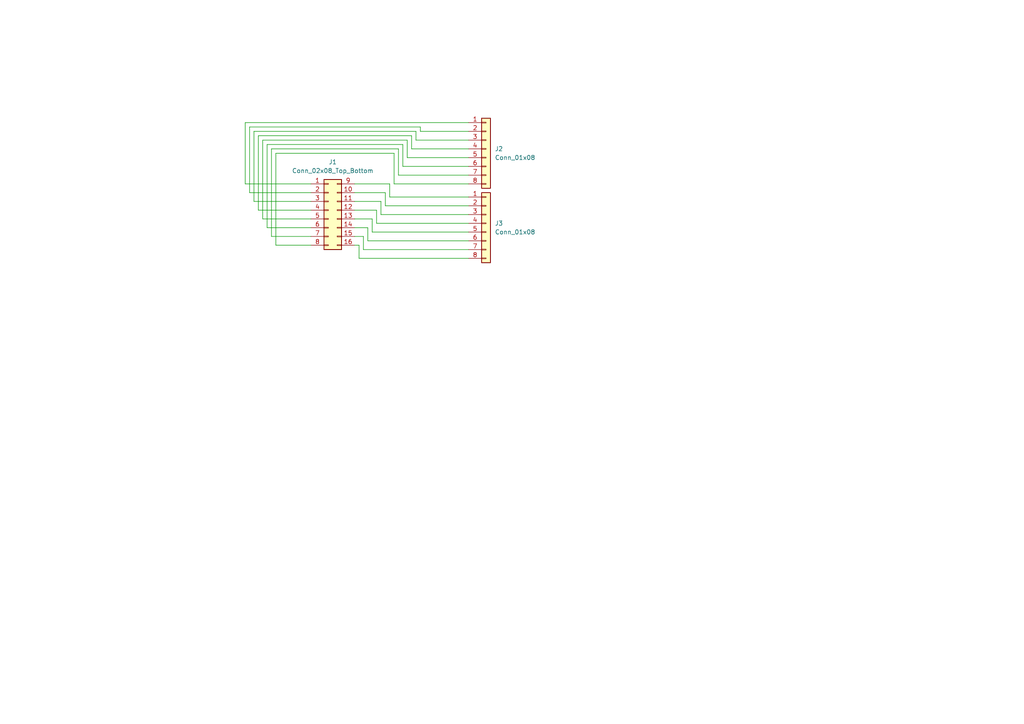
<source format=kicad_sch>
(kicad_sch (version 20231120) (generator "eeschema") (generator_version "8.0")
  (paper "A4")
  (lib_symbols
    (symbol "Connector_Generic:Conn_01x08" (pin_names (offset 1.016) hide)
      (property "Reference" "J" (at 0 10.16 0))
      (property "Value" "Conn_01x08" (at 0 -12.7 0))
      (symbol "Conn_01x08_1_1"
        (rectangle (start -1.27 -10.033) (end 0 -10.287) (stroke (width 0.1524)))
        (rectangle (start -1.27 -7.493) (end 0 -7.747) (stroke (width 0.1524)))
        (rectangle (start -1.27 -4.953) (end 0 -5.207) (stroke (width 0.1524)))
        (rectangle (start -1.27 -2.413) (end 0 -2.667) (stroke (width 0.1524)))
        (rectangle (start -1.27 0.127) (end 0 -0.127) (stroke (width 0.1524)))
        (rectangle (start -1.27 2.667) (end 0 2.413) (stroke (width 0.1524)))
        (rectangle (start -1.27 5.207) (end 0 4.953) (stroke (width 0.1524)))
        (rectangle (start -1.27 7.747) (end 0 7.493) (stroke (width 0.1524)))
        (rectangle (start -1.27 8.89) (end 1.27 -11.43) (stroke (width 0.254)) (fill (type background)))
        (pin passive line (at -5.08 7.62 0) (length 3.81) (name "Pin_1") (number "1"))
        (pin passive line (at -5.08 5.08 0) (length 3.81) (name "Pin_2") (number "2"))
        (pin passive line (at -5.08 2.54 0) (length 3.81) (name "Pin_3") (number "3"))
        (pin passive line (at -5.08 0 0) (length 3.81) (name "Pin_4") (number "4"))
        (pin passive line (at -5.08 -2.54 0) (length 3.81) (name "Pin_5") (number "5"))
        (pin passive line (at -5.08 -5.08 0) (length 3.81) (name "Pin_6") (number "6"))
        (pin passive line (at -5.08 -7.62 0) (length 3.81) (name "Pin_7") (number "7"))
        (pin passive line (at -5.08 -10.16 0) (length 3.81) (name "Pin_8") (number "8"))
      )
    )
    (symbol "Connector_Generic:Conn_02x08_Top_Bottom" (pin_names (offset 1.016) hide)
      (property "Reference" "J" (at 1.27 10.16 0))
      (property "Value" "Conn_02x08_Top_Bottom" (at 1.27 -12.7 0))
      (symbol "Conn_02x08_Top_Bottom_1_1"
        (rectangle (start -1.27 -10.033) (end 0 -10.287) (stroke (width 0.1524)))
        (rectangle (start -1.27 -7.493) (end 0 -7.747) (stroke (width 0.1524)))
        (rectangle (start -1.27 -4.953) (end 0 -5.207) (stroke (width 0.1524)))
        (rectangle (start -1.27 -2.413) (end 0 -2.667) (stroke (width 0.1524)))
        (rectangle (start -1.27 0.127) (end 0 -0.127) (stroke (width 0.1524)))
        (rectangle (start -1.27 2.667) (end 0 2.413) (stroke (width 0.1524)))
        (rectangle (start -1.27 5.207) (end 0 4.953) (stroke (width 0.1524)))
        (rectangle (start -1.27 7.747) (end 0 7.493) (stroke (width 0.1524)))
        (rectangle (start -1.27 8.89) (end 3.81 -11.43) (stroke (width 0.254)) (fill (type background)))
        (rectangle (start 3.81 -10.033) (end 2.54 -10.287) (stroke (width 0.1524)))
        (rectangle (start 3.81 -7.493) (end 2.54 -7.747) (stroke (width 0.1524)))
        (rectangle (start 3.81 -4.953) (end 2.54 -5.207) (stroke (width 0.1524)))
        (rectangle (start 3.81 -2.413) (end 2.54 -2.667) (stroke (width 0.1524)))
        (rectangle (start 3.81 0.127) (end 2.54 -0.127) (stroke (width 0.1524)))
        (rectangle (start 3.81 2.667) (end 2.54 2.413) (stroke (width 0.1524)))
        (rectangle (start 3.81 5.207) (end 2.54 4.953) (stroke (width 0.1524)))
        (rectangle (start 3.81 7.747) (end 2.54 7.493) (stroke (width 0.1524)))
        (pin passive line (at -5.08 7.62 0) (length 3.81) (name "Pin_1") (number "1"))
        (pin passive line (at 7.62 5.08 180) (length 3.81) (name "Pin_10") (number "10"))
        (pin passive line (at 7.62 2.54 180) (length 3.81) (name "Pin_11") (number "11"))
        (pin passive line (at 7.62 0 180) (length 3.81) (name "Pin_12") (number "12"))
        (pin passive line (at 7.62 -2.54 180) (length 3.81) (name "Pin_13") (number "13"))
        (pin passive line (at 7.62 -5.08 180) (length 3.81) (name "Pin_14") (number "14"))
        (pin passive line (at 7.62 -7.62 180) (length 3.81) (name "Pin_15") (number "15"))
        (pin passive line (at 7.62 -10.16 180) (length 3.81) (name "Pin_16") (number "16"))
        (pin passive line (at -5.08 5.08 0) (length 3.81) (name "Pin_2") (number "2"))
        (pin passive line (at -5.08 2.54 0) (length 3.81) (name "Pin_3") (number "3"))
        (pin passive line (at -5.08 0 0) (length 3.81) (name "Pin_4") (number "4"))
        (pin passive line (at -5.08 -2.54 0) (length 3.81) (name "Pin_5") (number "5"))
        (pin passive line (at -5.08 -5.08 0) (length 3.81) (name "Pin_6") (number "6"))
        (pin passive line (at -5.08 -7.62 0) (length 3.81) (name "Pin_7") (number "7"))
        (pin passive line (at -5.08 -10.16 0) (length 3.81) (name "Pin_8") (number "8"))
        (pin passive line (at 7.62 7.62 180) (length 3.81) (name "Pin_9") (number "9"))
      )
    )
  )
  (wire (pts (xy 76.2 40.64) (xy 76.2 63.5)))
  (wire (pts (xy 121.92 38.1) (xy 121.92 36.83)))
  (wire (pts (xy 74.93 60.96) (xy 74.93 39.37)))
  (wire (pts (xy 114.3 44.45) (xy 114.3 53.34)))
  (wire (pts (xy 121.92 36.83) (xy 72.39 36.83)))
  (wire (pts (xy 105.41 72.39) (xy 105.41 68.58)))
  (wire (pts (xy 90.17 71.12) (xy 80.01 71.12)))
  (wire (pts (xy 72.39 36.83) (xy 72.39 55.88)))
  (wire (pts (xy 90.17 53.34) (xy 71.12 53.34)))
  (wire (pts (xy 90.17 66.04) (xy 77.47 66.04)))
  (wire (pts (xy 71.12 35.56) (xy 135.89 35.56)))
  (wire (pts (xy 104.14 71.12) (xy 104.14 74.93)))
  (wire (pts (xy 80.01 71.12) (xy 80.01 44.45)))
  (wire (pts (xy 135.89 72.39) (xy 105.41 72.39)))
  (wire (pts (xy 119.38 43.18) (xy 135.89 43.18)))
  (wire (pts (xy 111.76 55.88) (xy 111.76 59.69)))
  (wire (pts (xy 118.11 40.64) (xy 76.2 40.64)))
  (wire (pts (xy 102.87 55.88) (xy 111.76 55.88)))
  (wire (pts (xy 119.38 39.37) (xy 119.38 43.18)))
  (wire (pts (xy 106.68 69.85) (xy 135.89 69.85)))
  (wire (pts (xy 135.89 38.1) (xy 121.92 38.1)))
  (wire (pts (xy 73.66 38.1) (xy 120.65 38.1)))
  (wire (pts (xy 135.89 50.8) (xy 115.57 50.8)))
  (wire (pts (xy 80.01 44.45) (xy 114.3 44.45)))
  (wire (pts (xy 120.65 38.1) (xy 120.65 40.64)))
  (wire (pts (xy 135.89 57.15) (xy 113.03 57.15)))
  (wire (pts (xy 74.93 39.37) (xy 119.38 39.37)))
  (wire (pts (xy 105.41 68.58) (xy 102.87 68.58)))
  (wire (pts (xy 76.2 63.5) (xy 90.17 63.5)))
  (wire (pts (xy 135.89 45.72) (xy 118.11 45.72)))
  (wire (pts (xy 113.03 57.15) (xy 113.03 53.34)))
  (wire (pts (xy 107.95 63.5) (xy 102.87 63.5)))
  (wire (pts (xy 77.47 41.91) (xy 116.84 41.91)))
  (wire (pts (xy 110.49 62.23) (xy 110.49 58.42)))
  (wire (pts (xy 115.57 43.18) (xy 78.74 43.18)))
  (wire (pts (xy 90.17 58.42) (xy 73.66 58.42)))
  (wire (pts (xy 78.74 68.58) (xy 90.17 68.58)))
  (wire (pts (xy 106.68 66.04) (xy 106.68 69.85)))
  (wire (pts (xy 115.57 50.8) (xy 115.57 43.18)))
  (wire (pts (xy 102.87 66.04) (xy 106.68 66.04)))
  (wire (pts (xy 111.76 59.69) (xy 135.89 59.69)))
  (wire (pts (xy 102.87 71.12) (xy 104.14 71.12)))
  (wire (pts (xy 118.11 45.72) (xy 118.11 40.64)))
  (wire (pts (xy 114.3 53.34) (xy 135.89 53.34)))
  (wire (pts (xy 135.89 62.23) (xy 110.49 62.23)))
  (wire (pts (xy 109.22 64.77) (xy 135.89 64.77)))
  (wire (pts (xy 90.17 60.96) (xy 74.93 60.96)))
  (wire (pts (xy 109.22 60.96) (xy 109.22 64.77)))
  (wire (pts (xy 110.49 58.42) (xy 102.87 58.42)))
  (wire (pts (xy 78.74 43.18) (xy 78.74 68.58)))
  (wire (pts (xy 77.47 66.04) (xy 77.47 41.91)))
  (wire (pts (xy 107.95 67.31) (xy 107.95 63.5)))
  (wire (pts (xy 135.89 67.31) (xy 107.95 67.31)))
  (wire (pts (xy 72.39 55.88) (xy 90.17 55.88)))
  (wire (pts (xy 102.87 60.96) (xy 109.22 60.96)))
  (wire (pts (xy 71.12 53.34) (xy 71.12 35.56)))
  (wire (pts (xy 116.84 41.91) (xy 116.84 48.26)))
  (wire (pts (xy 120.65 40.64) (xy 135.89 40.64)))
  (wire (pts (xy 73.66 58.42) (xy 73.66 38.1)))
  (wire (pts (xy 113.03 53.34) (xy 102.87 53.34)))
  (wire (pts (xy 116.84 48.26) (xy 135.89 48.26)))
  (wire (pts (xy 104.14 74.93) (xy 135.89 74.93)))
  (symbol (lib_id "Connector_Generic:Conn_01x08") (at 140.97 64.77 0) (unit 1)
    (property "Reference" "J3" (at 143.51 64.7699 0) (effects (justify left)))
    (property "Value" "Conn_01x08" (at 143.51 67.3099 0) (effects (justify left)))
    (property "Footprint" "Connector_PinHeader_2.00mm:PinHeader_1x08_P2.00mm_Vertical" (effects (hide yes)))
    (property "Description" "Generic connector, single row, 01x08, script generated (kicad-library-utils/schlib/autogen/connector/)" (effects (hide yes)))
  )
  (symbol (lib_id "Connector_Generic:Conn_02x08_Top_Bottom") (at 95.25 60.96 0) (unit 1)
    (property "Reference" "J1" (at 96.52 46.99 0))
    (property "Value" "Conn_02x08_Top_Bottom" (at 96.52 49.53 0))
    (property "Footprint" "Connector_IDC:IDC-Header_2x08_P2.54mm_Vertical" (effects (hide yes)))
    (property "Description" "Generic connector, double row, 02x08, top/bottom pin numbering scheme (row 1: 1...pins_per_row, row2: pins_per_row+1 ... num_pins), script generated (kicad-library-utils/schlib/autogen/connector/)" (effects (hide yes)))
  )
  (symbol (lib_id "Connector_Generic:Conn_01x08") (at 140.97 43.18 0) (unit 1)
    (property "Reference" "J2" (at 143.51 43.1799 0) (effects (justify left)))
    (property "Value" "Conn_01x08" (at 143.51 45.7199 0) (effects (justify left)))
    (property "Footprint" "Connector_PinHeader_2.00mm:PinHeader_1x08_P2.00mm_Vertical" (effects (hide yes)))
    (property "Description" "Generic connector, single row, 01x08, script generated (kicad-library-utils/schlib/autogen/connector/)" (effects (hide yes)))
  )
)
</source>
